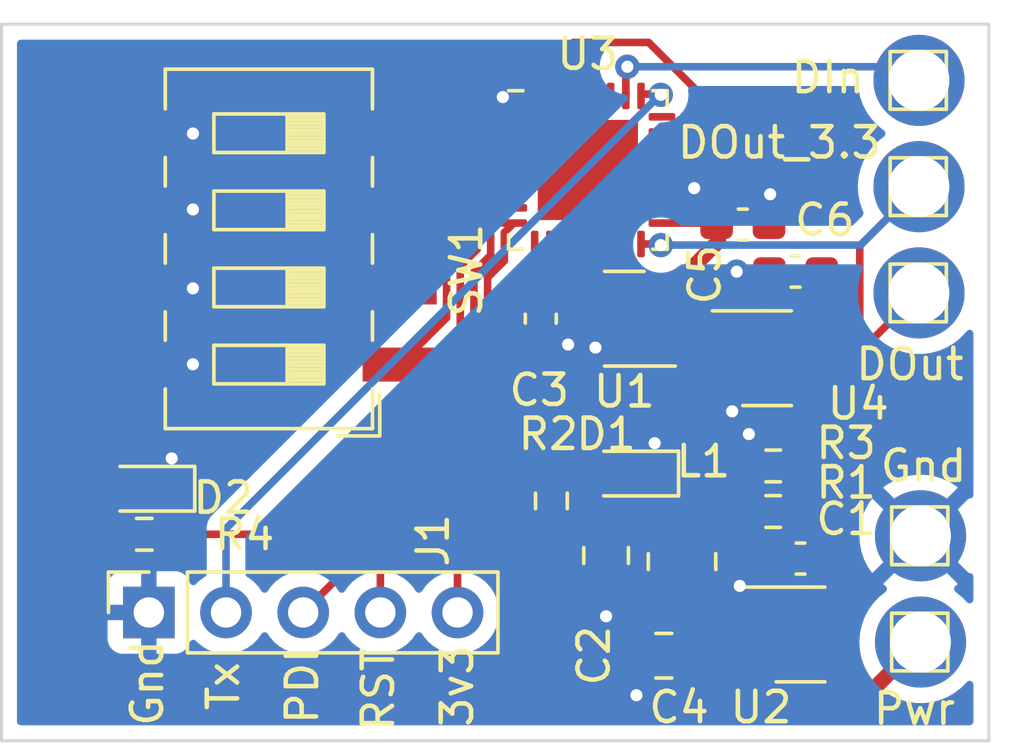
<source format=kicad_pcb>
(kicad_pcb (version 20211014) (generator pcbnew)
  (layers (0 "F.Cu" signal) (31 "B.Cu" signal) (34 "B.Paste" user) (35 "F.Paste" user) (36 "B.SilkS" user "B.Silkscreen") (37 "F.SilkS" user "F.Silkscreen") (38 "B.Mask" user) (39 "F.Mask" user) (44 "Edge.Cuts" user))
  (net 0 "")
  (net 1 "Net-(C1-Pad1)")
  (net 2 "Net-(C1-Pad2)")
  (net 3 "+5V")
  (net 4 "GND")
  (net 5 "+3V3")
  (net 6 "VCC")
  (net 7 "Net-(D1-Pad2)")
  (net 8 "Net-(D2-Pad2)")
  (net 9 "Net-(J1-Pad2)")
  (net 10 "Net-(J1-Pad3)")
  (net 11 "Net-(J1-Pad4)")
  (net 12 "Net-(J4-Pad1)")
  (net 13 "Net-(J5-Pad1)")
  (net 14 "Net-(J6-Pad1)")
  (net 15 "Net-(R1-Pad2)")
  (net 16 "Net-(R4-Pad2)")
  (net 17 "Net-(SW1-Pad1)")
  (net 18 "Net-(SW1-Pad2)")
  (net 19 "Net-(SW1-Pad3)")
  (net 20 "Net-(SW1-Pad4)")
  (footprint "Inductor_SMD:L_1008_2520Metric" (layer "F.Cu") (at 172.4 50.6 90)
    (fp_text reference "L1" (at 3.3 0.7 180) (layer "F.SilkS"))
    (fp_text value "3.3uH")
    (fp_line (start -0.261252 1.11) (end 0.261252 1.11) (layer "F.SilkS") (width 0.12))
    (fp_line (start -0.261252 -1.11) (end 0.261252 -1.11) (layer "F.SilkS") (width 0.12))
    (pad "1" smd roundrect (at -1.075 0 90) (size 1.25 2.2) (layers "F.Cu" "F.Paste" "F.Mask") (roundrect_rratio 0.2) (net 1 "Net-(C1-Pad1)"))
    (pad "2" smd roundrect (at 1.075 0 90) (size 1.25 2.2) (layers "F.Cu" "F.Paste" "F.Mask") (roundrect_rratio 0.2) (net 3 "+5V"))
  )
  (footprint "Connector_PinSocket_2.54mm:PinSocket_1x05_P2.54mm_Vertical" (layer "F.Cu") (at 154.85 52.275 90)
    (fp_text reference "J1" (at 2.375 9.35 90) (layer "F.SilkS"))
    (fp_text value "PRG_DEBUG")
    (fp_line (start 1.33 1.27) (end 1.33 11.49) (layer "F.SilkS") (width 0.12))
    (fp_line (start 1.33 -1.33) (end 1.33 0) (layer "F.SilkS") (width 0.12))
    (fp_line (start -1.33 1.27) (end 1.33 1.27) (layer "F.SilkS") (width 0.12))
    (fp_line (start 0 -1.33) (end 1.33 -1.33) (layer "F.SilkS") (width 0.12))
    (fp_line (start -1.33 1.27) (end -1.33 11.49) (layer "F.SilkS") (width 0.12))
    (fp_line (start -1.33 11.49) (end 1.33 11.49) (layer "F.SilkS") (width 0.12))
    (pad "1" thru_hole rect (at 0 0 90) (size 1.7 1.7) (drill 1) (layers *.Cu *.Mask) (net 4 "GND"))
    (pad "2" thru_hole oval (at 0 2.54 90) (size 1.7 1.7) (drill 1) (layers *.Cu *.Mask) (net 9 "Net-(J1-Pad2)"))
    (pad "3" thru_hole oval (at 0 5.08 90) (size 1.7 1.7) (drill 1) (layers *.Cu *.Mask) (net 10 "Net-(J1-Pad3)"))
    (pad "4" thru_hole oval (at 0 7.62 90) (size 1.7 1.7) (drill 1) (layers *.Cu *.Mask) (net 11 "Net-(J1-Pad4)"))
    (pad "5" thru_hole oval (at 0 10.16 90) (size 1.7 1.7) (drill 1) (layers *.Cu *.Mask) (net 5 "+3V3"))
  )
  (footprint "Connector_Pin:Pin_D0.7mm_L6.5mm_W1.8mm_FlatFork" (layer "F.Cu") (at 180.2 38.25)
    (fp_text reference "DOut_3.3" (at -4.6 -1.45) (layer "F.SilkS"))
    (fp_text value "DOut")
    (fp_line (start 0.9 0.95) (end 0.9 -0.9) (layer "F.SilkS") (width 0.12))
    (fp_line (start 0.9 -0.95) (end -0.95 -0.95) (layer "F.SilkS") (width 0.12))
    (fp_line (start -0.95 0.95) (end 0.9 0.95) (layer "F.SilkS") (width 0.12))
    (fp_line (start -0.95 -0.95) (end -0.95 0.95) (layer "F.SilkS") (width 0.12))
    (fp_line (start 0.9 -0.9) (end 0.9 -0.95) (layer "F.SilkS") (width 0.12))
    (pad "1" thru_hole circle (at 0 0) (size 3 3) (drill 2) (layers *.Cu *.Mask) (net 12 "Net-(J4-Pad1)"))
  )
  (footprint "Capacitor_SMD:C_0603_1608Metric" (layer "F.Cu") (at 176.3 50.5)
    (fp_text reference "C1" (at 1.5 -1.3) (layer "F.SilkS"))
    (fp_text value "0.1uF")
    (fp_line (start -0.14058 0.51) (end 0.14058 0.51) (layer "F.SilkS") (width 0.12))
    (fp_line (start -0.14058 -0.51) (end 0.14058 -0.51) (layer "F.SilkS") (width 0.12))
    (pad "1" smd roundrect (at -0.775 0) (size 0.9 0.95) (layers "F.Cu" "F.Paste" "F.Mask") (net 1 "Net-(C1-Pad1)"))
    (pad "2" smd roundrect (at 0.775 0) (size 0.9 0.95) (layers "F.Cu" "F.Paste" "F.Mask") (net 2 "Net-(C1-Pad2)"))
  )
  (footprint "Connector_Pin:Pin_D0.7mm_L6.5mm_W1.8mm_FlatFork" (layer "F.Cu") (at 180.2 34.75)
    (fp_text reference "DIn" (at -3 -0.1) (layer "F.SilkS"))
    (fp_text value "DIn")
    (fp_line (start 0.9 0.95) (end 0.9 -0.9) (layer "F.SilkS") (width 0.12))
    (fp_line (start 0.9 -0.95) (end -0.95 -0.95) (layer "F.SilkS") (width 0.12))
    (fp_line (start 0.9 -0.9) (end 0.9 -0.95) (layer "F.SilkS") (width 0.12))
    (fp_line (start -0.95 -0.95) (end -0.95 0.95) (layer "F.SilkS") (width 0.12))
    (fp_line (start -0.95 0.95) (end 0.9 0.95) (layer "F.SilkS") (width 0.12))
    (pad "1" thru_hole circle (at 0 0) (size 3 3) (drill 2) (layers *.Cu *.Mask) (net 13 "Net-(J5-Pad1)"))
  )
  (footprint "Connector_Pin:Pin_D0.7mm_L6.5mm_W1.8mm_FlatFork" (layer "F.Cu") (at 180.25 53.25)
    (fp_text reference "Pwr" (at -0.2 2.2) (layer "F.SilkS"))
    (fp_text value "Pwr")
    (fp_line (start -0.95 -0.95) (end -0.95 0.95) (layer "F.SilkS") (width 0.12))
    (fp_line (start 0.9 0.95) (end 0.9 -0.9) (layer "F.SilkS") (width 0.12))
    (fp_line (start -0.95 0.95) (end 0.9 0.95) (layer "F.SilkS") (width 0.12))
    (fp_line (start 0.9 -0.9) (end 0.9 -0.95) (layer "F.SilkS") (width 0.12))
    (fp_line (start 0.9 -0.95) (end -0.95 -0.95) (layer "F.SilkS") (width 0.12))
    (pad "1" thru_hole circle (at 0 0) (size 3 3) (drill 2) (layers *.Cu *.Mask) (net 6 "VCC"))
  )
  (footprint "Package_TO_SOT_SMD:TSOT-23-6" (layer "F.Cu") (at 176.3 53)
    (fp_text reference "U2" (at -1.3 2.4) (layer "F.SilkS"))
    (fp_text value "AP62300")
    (fp_line (start 0 1.56) (end -0.8 1.56) (layer "F.SilkS") (width 0.12))
    (fp_line (start 0 -1.56) (end -1.8 -1.56) (layer "F.SilkS") (width 0.12))
    (fp_line (start 0 1.56) (end 0.8 1.56) (layer "F.SilkS") (width 0.12))
    (fp_line (start 0 -1.56) (end 0.8 -1.56) (layer "F.SilkS") (width 0.12))
    (pad "1" smd roundrect (at -1.1375 -0.95) (size 1.325 0.6) (layers "F.Cu" "F.Paste" "F.Mask") (net 4 "GND"))
    (pad "2" smd roundrect (at -1.1375 0) (size 1.325 0.6) (layers "F.Cu" "F.Paste" "F.Mask") (net 1 "Net-(C1-Pad1)"))
    (pad "3" smd roundrect (at -1.1375 0.95) (size 1.325 0.6) (layers "F.Cu" "F.Paste" "F.Mask") (net 6 "VCC"))
    (pad "4" smd roundrect (at 1.1375 0.95) (size 1.325 0.6) (layers "F.Cu" "F.Paste" "F.Mask") (net 15 "Net-(R1-Pad2)"))
    (pad "5" smd roundrect (at 1.1375 0) (size 1.325 0.6) (layers "F.Cu" "F.Paste" "F.Mask"))
    (pad "6" smd roundrect (at 1.1375 -0.95) (size 1.325 0.6) (layers "F.Cu" "F.Paste" "F.Mask") (net 2 "Net-(C1-Pad2)"))
  )
  (footprint "Capacitor_SMD:C_0805_2012Metric" (layer "F.Cu") (at 171.8 53.7 180)
    (fp_text reference "C4" (at -0.5 -1.7) (layer "F.SilkS"))
    (fp_text value "22uF")
    (fp_line (start -0.261252 -0.735) (end 0.261252 -0.735) (layer "F.SilkS") (width 0.12))
    (fp_line (start -0.261252 0.735) (end 0.261252 0.735) (layer "F.SilkS") (width 0.12))
    (pad "1" smd roundrect (at -0.95 0 180) (size 1 1.45) (layers "F.Cu" "F.Paste" "F.Mask") (net 6 "VCC"))
    (pad "2" smd roundrect (at 0.95 0 180) (size 1 1.45) (layers "F.Cu" "F.Paste" "F.Mask") (net 4 "GND"))
  )
  (footprint "Capacitor_SMD:C_0603_1608Metric_Pad1.08x0.95mm_HandSolder" (layer "F.Cu") (at 174.4 39.5)
    (fp_text reference "C5" (at -1.25 1.65 90) (layer "F.SilkS"))
    (fp_text value "0.1uF")
    (fp_line (start -0.146267 -0.51) (end 0.146267 -0.51) (layer "F.SilkS") (width 0.12))
    (fp_line (start -0.146267 0.51) (end 0.146267 0.51) (layer "F.SilkS") (width 0.12))
    (pad "1" smd roundrect (at -0.8625 0) (size 1.075 0.95) (layers "F.Cu" "F.Paste" "F.Mask") (net 5 "+3V3"))
    (pad "2" smd roundrect (at 0.8625 0) (size 1.075 0.95) (layers "F.Cu" "F.Paste" "F.Mask") (net 4 "GND"))
  )
  (footprint "Resistor_SMD:R_0603_1608Metric" (layer "F.Cu") (at 175.4 48.95)
    (fp_text reference "R1" (at 2.4 -0.95) (layer "F.SilkS"))
    (fp_text value "56.2k")
    (fp_line (start -0.237258 -0.5225) (end 0.237258 -0.5225) (layer "F.SilkS") (width 0.12))
    (fp_line (start -0.237258 0.5225) (end 0.237258 0.5225) (layer "F.SilkS") (width 0.12))
    (pad "1" smd roundrect (at -0.825 0) (size 0.8 0.95) (layers "F.Cu" "F.Paste" "F.Mask") (net 3 "+5V"))
    (pad "2" smd roundrect (at 0.825 0) (size 0.8 0.95) (layers "F.Cu" "F.Paste" "F.Mask") (net 15 "Net-(R1-Pad2)"))
  )
  (footprint "LED_SMD:LED_0603_1608Metric_Pad1.05x0.95mm_HandSolder" (layer "F.Cu") (at 154.7 48.2 180)
    (fp_text reference "D2" (at -2.6 -0.3) (layer "F.SilkS"))
    (fp_text value "LED_Small")
    (fp_line (start -1.66 0.735) (end 0.8 0.735) (layer "F.SilkS") (width 0.12))
    (fp_line (start 0.8 -0.735) (end -1.66 -0.735) (layer "F.SilkS") (width 0.12))
    (fp_line (start -1.66 -0.735) (end -1.66 0.735) (layer "F.SilkS") (width 0.12))
    (pad "1" smd roundrect (at -0.875 0 180) (size 1.05 0.95) (layers "F.Cu" "F.Paste" "F.Mask") (net 4 "GND"))
    (pad "2" smd roundrect (at 0.875 0 180) (size 1.05 0.95) (layers "F.Cu" "F.Paste" "F.Mask") (net 8 "Net-(D2-Pad2)"))
  )
  (footprint "Package_TO_SOT_SMD:SOT-23" (layer "F.Cu") (at 170.5 42.6 180)
    (fp_text reference "U1" (at 0 -2.4) (layer "F.SilkS"))
    (fp_text value "AP7333-33SAG-7")
    (fp_line (start 0 1.56) (end -0.65 1.56) (layer "F.SilkS") (width 0.12))
    (fp_line (start 0 -1.56) (end -1.675 -1.56) (layer "F.SilkS") (width 0.12))
    (fp_line (start 0 -1.56) (end 0.65 -1.56) (layer "F.SilkS") (width 0.12))
    (fp_line (start 0 1.56) (end 0.65 1.56) (layer "F.SilkS") (width 0.12))
    (pad "1" smd roundrect (at -0.9375 -0.95 180) (size 1.475 0.6) (layers "F.Cu" "F.Paste" "F.Mask") (net 3 "+5V"))
    (pad "2" smd roundrect (at -0.9375 0.95 180) (size 1.475 0.6) (layers "F.Cu" "F.Paste" "F.Mask") (net 5 "+3V3"))
    (pad "3" smd roundrect (at 0.9375 0 180) (size 1.475 0.6) (layers "F.Cu" "F.Paste" "F.Mask") (net 4 "GND"))
  )
  (footprint "Connector_Pin:Pin_D0.7mm_L6.5mm_W1.8mm_FlatFork" (layer "F.Cu") (at 180.2 41.75)
    (fp_text reference "DOut" (at -0.3 2.35 180) (layer "F.SilkS"))
    (fp_text value "DOut_5v")
    (fp_line (start 0.9 -0.9) (end 0.9 -0.95) (layer "F.SilkS") (width 0.12))
    (fp_line (start -0.95 0.95) (end 0.9 0.95) (layer "F.SilkS") (width 0.12))
    (fp_line (start 0.9 0.95) (end 0.9 -0.9) (layer "F.SilkS") (width 0.12))
    (fp_line (start 0.9 -0.95) (end -0.95 -0.95) (layer "F.SilkS") (width 0.12))
    (fp_line (start -0.95 -0.95) (end -0.95 0.95) (layer "F.SilkS") (width 0.12))
    (pad "1" thru_hole circle (at 0 0) (size 3 3) (drill 2) (layers *.Cu *.Mask) (net 14 "Net-(J6-Pad1)"))
  )
  (footprint "Resistor_SMD:R_0603_1608Metric" (layer "F.Cu") (at 175.4 47.45 180)
    (fp_text reference "R3" (at -2.4 0.75) (layer "F.SilkS"))
    (fp_text value "10k")
    (fp_line (start -0.237258 0.5225) (end 0.237258 0.5225) (layer "F.SilkS") (width 0.12))
    (fp_line (start -0.237258 -0.5225) (end 0.237258 -0.5225) (layer "F.SilkS") (width 0.12))
    (pad "1" smd roundrect (at -0.825 0 180) (size 0.8 0.95) (layers "F.Cu" "F.Paste" "F.Mask") (net 15 "Net-(R1-Pad2)"))
    (pad "2" smd roundrect (at 0.825 0 180) (size 0.8 0.95) (layers "F.Cu" "F.Paste" "F.Mask") (net 4 "GND"))
  )
  (footprint "Capacitor_SMD:C_0805_2012Metric" (layer "F.Cu") (at 169.9 50.4 -90)
    (fp_text reference "C2" (at 3.3 0.4 90) (layer "F.SilkS"))
    (fp_text value "22uF")
    (fp_line (start -0.261252 0.735) (end 0.261252 0.735) (layer "F.SilkS") (width 0.12))
    (fp_line (start -0.261252 -0.735) (end 0.261252 -0.735) (layer "F.SilkS") (width 0.12))
    (pad "1" smd roundrect (at -0.95 0 270) (size 1 1.45) (layers "F.Cu" "F.Paste" "F.Mask") (net 3 "+5V"))
    (pad "2" smd roundrect (at 0.95 0 270) (size 1 1.45) (layers "F.Cu" "F.Paste" "F.Mask") (net 4 "GND"))
  )
  (footprint "Button_Switch_SMD:SW_DIP_SPSTx04_Slide_6.7x11.72mm_W8.61mm_P2.54mm_LowProfile" (layer "F.Cu") (at 158.8 40.3 180)
    (fp_text reference "SW1" (at -6.5 -0.7 90) (layer "F.SilkS"))
    (fp_text value "SW_DIP_x04")
    (fp_line (start 1.81 0.635) (end -1.81 0.635) (layer "F.SilkS") (width 0.12))
    (fp_line (start 1.81 -1.905) (end -1.81 -1.905) (layer "F.SilkS") (width 0.12))
    (fp_line (start -0.603333 3.175) (end -0.603333 4.445) (layer "F.SilkS") (width 0.12))
    (fp_line (start -1.81 1.115) (end -0.603333 1.115) (layer "F.SilkS") (width 0.12))
    (fp_line (start -1.81 3.895) (end -0.603333 3.895) (layer "F.SilkS") (width 0.12))
    (fp_line (start -1.81 -3.605) (end -0.603333 -3.605) (layer "F.SilkS") (width 0.12))
    (fp_line (start -1.81 0.635) (end -1.81 1.905) (layer "F.SilkS") (width 0.12))
    (fp_line (start -0.603333 -4.445) (end -0.603333 -3.175) (layer "F.SilkS") (width 0.12))
    (fp_line (start 3.41 2.07) (end 3.41 3.01) (layer "F.SilkS") (width 0.12))
    (fp_line (start 1.81 -3.175) (end 1.81 -4.445) (layer "F.SilkS") (width 0.12))
    (fp_line (start -1.81 -0.705) (end -0.603333 -0.705) (layer "F.SilkS") (width 0.12))
    (fp_line (start -1.81 4.135) (end -0.603333 4.135) (layer "F.SilkS") (width 0.12))
    (fp_line (start -3.41 -0.47) (end -3.41 0.47) (layer "F.SilkS") (width 0.12))
    (fp_line (start -1.81 -1.905) (end -1.81 -0.635) (layer "F.SilkS") (width 0.12))
    (fp_line (start -3.41 5.92) (end 3.41 5.92) (layer "F.SilkS") (width 0.12))
    (fp_line (start -1.81 -1.305) (end -0.603333 -1.305) (layer "F.SilkS") (width 0.12))
    (fp_line (start -1.81 4.015) (end -0.603333 4.015) (layer "F.SilkS") (width 0.12))
    (fp_line (start -1.81 4.375) (end -0.603333 4.375) (layer "F.SilkS") (width 0.12))
    (fp_line (start -3.41 -3.01) (end -3.41 -2.07) (layer "F.SilkS") (width 0.12))
    (fp_line (start -0.603333 0.635) (end -0.603333 1.905) (layer "F.SilkS") (width 0.12))
    (fp_line (start -3.41 4.61) (end -3.41 5.92) (layer "F.SilkS") (width 0.12))
    (fp_line (start -1.81 3.175) (end -1.81 4.445) (layer "F.SilkS") (width 0.12))
    (fp_line (start -1.81 4.255) (end -0.603333 4.255) (layer "F.SilkS") (width 0.12))
    (fp_line (start -1.81 -4.445) (end -1.81 -3.175) (layer "F.SilkS") (width 0.12))
    (fp_line (start -1.81 3.655) (end -0.603333 3.655) (layer "F.SilkS") (width 0.12))
    (fp_line (start -1.81 -0.635) (end 1.81 -0.635) (layer "F.SilkS") (width 0.12))
    (fp_line (start -1.81 1.355) (end -0.603333 1.355) (layer "F.SilkS") (width 0.12))
    (fp_line (start -1.81 1.235) (end -0.603333 1.235) (layer "F.SilkS") (width 0.12))
    (fp_line (start -1.81 3.535) (end -0.603333 3.535) (layer "F.SilkS") (width 0.12))
    (fp_line (start 1.81 1.905) (end 1.81 0.635) (layer "F.SilkS") (width 0.12))
    (fp_line (start -1.81 0.755) (end -0.603333 0.755) (layer "F.SilkS") (width 0.12))
    (fp_line (start -1.81 1.715) (end -0.603333 1.715) (layer "F.SilkS") (width 0.12))
    (fp_line (start -3.41 2.07) (end -3.41 3.01) (layer "F.SilkS") (width 0.12))
    (fp_line (start -1.81 -1.065) (end -0.603333 -1.065) (layer "F.SilkS") (width 0.12))
    (fp_line (start -1.81 -0.825) (end -0.603333 -0.825) (layer "F.SilkS") (width 0.12))
    (fp_line (start -1.81 -3.965) (end -0.603333 -3.965) (layer "F.SilkS") (width 0.12))
    (fp_line (start 3.41 -3.01) (end 3.41 -2.07) (layer "F.SilkS") (width 0.12))
    (fp_line (start -3.65 -6.16) (end -3.65 -4.777) (layer "F.SilkS") (width 0.12))
    (fp_line (start -1.81 3.295) (end -0.603333 3.295) (layer "F.SilkS") (width 0.12))
    (fp_line (start -3.41 -5.92) (end -3.41 -4.61) (layer "F.SilkS") (width 0.12))
    (fp_line (start 1.81 3.175) (end -1.81 3.175) (layer "F.SilkS") (width 0.12))
    (fp_line (start -1.81 -4.325) (end -0.603333 -4.325) (layer "F.SilkS") (width 0.12))
    (fp_line (start -1.81 -1.785) (end -0.603333 -1.785) (layer "F.SilkS") (width 0.12))
    (fp_line (start 1.81 4.445) (end 1.81 3.175) (layer "F.SilkS") (width 0.12))
    (fp_line (start -1.81 0.875) (end -0.603333 0.875) (layer "F.SilkS") (width 0.12))
    (fp_line (start -1.81 -3.245) (end -0.603333 -3.245) (layer "F.SilkS") (width 0.12))
    (fp_line (start -1.81 3.775) (end -0.603333 3.775) (layer "F.SilkS") (width 0.12))
    (fp_line (start -0.603333 -1.905) (end -0.603333 -0.635) (layer "F.SilkS") (width 0.12))
    (fp_line (start 3.41 4.61) (end 3.41 5.92) (layer "F.SilkS") (width 0.12))
    (fp_line (start -3.41 -5.92) (end 3.41 -5.92) (layer "F.SilkS") (width 0.12))
    (fp_line (start -1.81 -4.205) (end -0.603333 -4.205) (layer "F.SilkS") (width 0.12))
    (fp_line (start -1.81 0.995) (end -0.603333 0.995) (layer "F.SilkS") (width 0.12))
    (fp_line (start -1.81 -3.845) (end -0.603333 -3.845) (layer "F.SilkS") (width 0.12))
    (fp_line (start -1.81 -1.185) (end -0.603333 -1.185) (layer "F.SilkS") (width 0.12))
    (fp_line (start -1.81 1.905) (end 1.81 1.905) (layer "F.SilkS") (width 0.12))
    (fp_line (start -1.81 -0.945) (end -0.603333 -0.945) (layer "F.SilkS") (width 0.12))
    (fp_line (start -1.81 1.835) (end -0.603333 1.835) (layer "F.SilkS") (width 0.12))
    (fp_line (start 1.81 -4.445) (end -1.81 -4.445) (layer "F.SilkS") (width 0.12))
    (fp_line (start -1.81 1.475) (end -0.603333 1.475) (layer "F.SilkS") (width 0.12))
    (fp_line (start -1.81 3.415) (end -0.603333 3.415) (layer "F.SilkS") (width 0.12))
    (fp_line (start -1.81 -3.365) (end -0.603333 -3.365) (layer "F.SilkS") (width 0.12))
    (fp_line (start -1.81 -4.085) (end -0.603333 -4.085) (layer "F.SilkS") (width 0.12))
    (fp_line (start -1.81 1.595) (end -0.603333 1.595) (layer "F.SilkS") (width 0.12))
    (fp_line (start -1.81 -1.665) (end -0.603333 -1.665) (layer "F.SilkS") (width 0.12))
    (fp_line (start 1.81 -0.635) (end 1.81 -1.905) (layer "F.SilkS") (width 0.12))
    (fp_line (start -1.81 -3.725) (end -0.603333 -3.725) (layer "F.SilkS") (width 0.12))
    (fp_line (start -1.81 4.445) (end 1.81 4.445) (layer "F.SilkS") (width 0.12))
    (fp_line (start 3.41 -0.47) (end 3.41 0.47) (layer "F.SilkS") (width 0.12))
    (fp_line (start -1.81 -3.175) (end 1.81 -3.175) (layer "F.SilkS") (width 0.12))
    (fp_line (start -1.81 -1.545) (end -0.603333 -1.545) (layer "F.SilkS") (width 0.12))
    (fp_line (start 3.41 -5.92) (end 3.41 -4.61) (layer "F.SilkS") (width 0.12))
    (fp_line (start -1.81 -1.425) (end -0.603333 -1.425) (layer "F.SilkS") (width 0.12))
    (fp_line (start -1.81 -3.485) (end -0.603333 -3.485) (layer "F.SilkS") (width 0.12))
    (fp_line (start -3.65 -6.16) (end -2.267 -6.16) (layer "F.SilkS") (width 0.12))
    (pad "1" smd rect (at -4.305 -3.81 180) (size 2.44 1.12) (layers "F.Cu" "F.Paste" "F.Mask") (net 17 "Net-(SW1-Pad1)"))
    (pad "2" smd rect (at -4.305 -1.27 180) (size 2.44 1.12) (layers "F.Cu" "F.Paste" "F.Mask") (net 18 "Net-(SW1-Pad2)"))
    (pad "3" smd rect (at -4.305 1.27 180) (size 2.44 1.12) (layers "F.Cu" "F.Paste" "F.Mask") (net 19 "Net-(SW1-Pad3)"))
    (pad "4" smd rect (at -4.305 3.81 180) (size 2.44 1.12) (layers "F.Cu" "F.Paste" "F.Mask") (net 20 "Net-(SW1-Pad4)"))
    (pad "5" smd rect (at 4.305 3.81 180) (size 2.44 1.12) (layers "F.Cu" "F.Paste" "F.Mask") (net 4 "GND"))
    (pad "6" smd rect (at 4.305 1.27 180) (size 2.44 1.12) (layers "F.Cu" "F.Paste" "F.Mask") (net 4 "GND"))
    (pad "7" smd rect (at 4.305 -1.27 180) (size 2.44 1.12) (layers "F.Cu" "F.Paste" "F.Mask") (net 4 "GND"))
    (pad "8" smd rect (at 4.305 -3.81 180) (size 2.44 1.12) (layers "F.Cu" "F.Paste" "F.Mask") (net 4 "GND"))
  )
  (footprint "Connector_Pin:Pin_D0.7mm_L6.5mm_W1.8mm_FlatFork" (layer "F.Cu") (at 180.25 49.75)
    (fp_text reference "Gnd" (at 0.1 -2.3) (layer "F.SilkS"))
    (fp_text value "Gnd")
    (fp_line (start 0.9 -0.9) (end 0.9 -0.95) (layer "F.SilkS") (width 0.12))
    (fp_line (start 0.9 0.95) (end 0.9 -0.9) (layer "F.SilkS") (width 0.12))
    (fp_line (start 0.9 -0.95) (end -0.95 -0.95) (layer "F.SilkS") (width 0.12))
    (fp_line (start -0.95 -0.95) (end -0.95 0.95) (layer "F.SilkS") (width 0.12))
    (fp_line (start -0.95 0.95) (end 0.9 0.95) (layer "F.SilkS") (width 0.12))
    (pad "1" thru_hole circle (at 0 0) (size 3 3) (drill 2) (layers *.Cu *.Mask) (net 4 "GND"))
  )
  (footprint "Capacitor_SMD:C_0603_1608Metric_Pad1.08x0.95mm_HandSolder" (layer "F.Cu") (at 176.1375 41.05 180)
    (fp_text reference "C6" (at -0.9625 1.7) (layer "F.SilkS"))
    (fp_text value "0.1uF")
    (fp_line (start -0.146267 0.51) (end 0.146267 0.51) (layer "F.SilkS") (width 0.12))
    (fp_line (start -0.146267 -0.51) (end 0.146267 -0.51) (layer "F.SilkS") (width 0.12))
    (pad "1" smd roundrect (at -0.8625 0 180) (size 1.075 0.95) (layers "F.Cu" "F.Paste" "F.Mask") (net 3 "+5V"))
    (pad "2" smd roundrect (at 0.8625 0 180) (size 1.075 0.95) (layers "F.Cu" "F.Paste" "F.Mask") (net 4 "GND"))
  )
  (footprint "Package_TO_SOT_SMD:SOT-23-5" (layer "F.Cu") (at 175.2 43.9)
    (fp_text reference "U4" (at 3 1.5) (layer "F.SilkS"))
    (fp_text value "SN74LV1T34DBV")
    (fp_line (start 0 1.56) (end 0.8 1.56) (layer "F.SilkS") (width 0.12))
    (fp_line (start 0 -1.56) (end 0.8 -1.56) (layer "F.SilkS") (width 0.12))
    (fp_line (start 0 -1.56) (end -1.8 -1.56) (layer "F.SilkS") (width 0.12))
    (fp_line (start 0 1.56) (end -0.8 1.56) (layer "F.SilkS") (width 0.12))
    (pad "1" smd roundrect (at -1.1375 -0.95) (size 1.325 0.6) (layers "F.Cu" "F.Paste" "F.Mask"))
    (pad "2" smd roundrect (at -1.1375 0) (size 1.325 0.6) (layers "F.Cu" "F.Paste" "F.Mask") (net 12 "Net-(J4-Pad1)"))
    (pad "3" smd roundrect (at -1.1375 0.95) (size 1.325 0.6) (layers "F.Cu" "F.Paste" "F.Mask") (net 4 "GND"))
    (pad "4" smd roundrect (at 1.1375 0.95) (size 1.325 0.6) (layers "F.Cu" "F.Paste" "F.Mask") (net 14 "Net-(J6-Pad1)"))
    (pad "5" smd roundrect (at 1.1375 -0.95) (size 1.325 0.6) (layers "F.Cu" "F.Paste" "F.Mask") (net 3 "+5V"))
  )
  (footprint "Resistor_SMD:R_0603_1608Metric_Pad0.98x0.95mm_HandSolder" (layer "F.Cu") (at 154.7 49.7)
    (fp_text reference "R4" (at 3.3 0) (layer "F.SilkS"))
    (fp_text value "1k")
    (fp_line (start -0.254724 0.5225) (end 0.254724 0.5225) (layer "F.SilkS") (width 0.12))
    (fp_line (start -0.254724 -0.5225) (end 0.254724 -0.5225) (layer "F.SilkS") (width 0.12))
    (pad "1" smd roundrect (at -0.9125 0) (size 0.975 0.95) (layers "F.Cu" "F.Paste" "F.Mask") (net 8 "Net-(D2-Pad2)"))
    (pad "2" smd roundrect (at 0.9125 0) (size 0.975 0.95) (layers "F.Cu" "F.Paste" "F.Mask") (net 16 "Net-(R4-Pad2)"))
  )
  (footprint "Resistor_SMD:R_0603_1608Metric_Pad0.98x0.95mm_HandSolder" (layer "F.Cu") (at 168.1 48.6 90)
    (fp_text reference "R2" (at 2.2 -0.1 180) (layer "F.SilkS"))
    (fp_text value "1k")
    (fp_line (start -0.254724 -0.5225) (end 0.254724 -0.5225) (layer "F.SilkS") (width 0.12))
    (fp_line (start -0.254724 0.5225) (end 0.254724 0.5225) (layer "F.SilkS") (width 0.12))
    (pad "1" smd roundrect (at -0.9125 0 90) (size 0.975 0.95) (layers "F.Cu" "F.Paste" "F.Mask") (net 3 "+5V"))
    (pad "2" smd roundrect (at 0.9125 0 90) (size 0.975 0.95) (layers "F.Cu" "F.Paste" "F.Mask") (net 7 "Net-(D1-Pad2)"))
  )
  (footprint "Package_DFN_QFN:QFN-32-1EP_5x5mm_P0.5mm_EP3.3x3.3mm" (layer "F.Cu") (at 169.3 37.7)
    (fp_text reference "U3" (at 0 -3.82) (layer "F.SilkS"))
    (fp_text value "ATxmega32E5-A")
    (fp_line (start 2.61 -2.61) (end 2.61 -2.135) (layer "F.SilkS") (width 0.12))
    (fp_line (start 2.135 -2.61) (end 2.61 -2.61) (layer "F.SilkS") (width 0.12))
    (fp_line (start 2.135 2.61) (end 2.61 2.61) (layer "F.SilkS") (width 0.12))
    (fp_line (start -2.135 -2.61) (end -2.61 -2.61) (layer "F.SilkS") (width 0.12))
    (fp_line (start -2.61 2.61) (end -2.61 2.135) (layer "F.SilkS") (width 0.12))
    (fp_line (start -2.135 2.61) (end -2.61 2.61) (layer "F.SilkS") (width 0.12))
    (fp_line (start 2.61 2.61) (end 2.61 2.135) (layer "F.SilkS") (width 0.12))
    (pad "1" smd roundrect (at -2.4375 -1.75) (size 0.875 0.25) (layers "F.Cu" "F.Paste" "F.Mask") (net 4 "GND"))
    (pad "2" smd roundrect (at -2.4375 -1.25) (size 0.875 0.25) (layers "F.Cu" "F.Paste" "F.Mask") (net 20 "Net-(SW1-Pad4)"))
    (pad "3" smd roundrect (at -2.4375 -0.75) (size 0.875 0.25) (layers "F.Cu" "F.Paste" "F.Mask") (net 19 "Net-(SW1-Pad3)"))
    (pad "4" smd roundrect (at -2.4375 -0.25) (size 0.875 0.25) (layers "F.Cu" "F.Paste" "F.Mask") (net 18 "Net-(SW1-Pad2)"))
    (pad "5" smd roundrect (at -2.4375 0.25) (size 0.875 0.25) (layers "F.Cu" "F.Paste" "F.Mask") (net 17 "Net-(SW1-Pad1)"))
    (pad "6" smd roundrect (at -2.4375 0.75) (size 0.875 0.25) (layers "F.Cu" "F.Paste" "F.Mask") (net 16 "Net-(R4-Pad2)"))
    (pad "7" smd roundrect (at -2.4375 1.25) (size 0.875 0.25) (layers "F.Cu" "F.Paste" "F.Mask") (net 10 "Net-(J1-Pad3)"))
    (pad "8" smd roundrect (at -2.4375 1.75) (size 0.875 0.25) (layers "F.Cu" "F.Paste" "F.Mask") (net 11 "Net-(J1-Pad4)"))
    (pad "9" smd roundrect (at -1.75 2.4375) (size 0.25 0.875) (layers "F.Cu" "F.Paste" "F.Mask"))
    (pad "10" smd roundrect (at -1.25 2.4375) (size 0.25 0.875) (layers "F.Cu" "F.Paste" "F.Mask"))
    (pad "11" smd roundrect (at -0.75 2.4375) (size 0.25 0.875) (layers "F.Cu" "F.Paste" "F.Mask"))
    (pad "12" smd roundrect (at -0.25 2.4375) (size 0.25 0.875) (layers "F.Cu" "F.Paste" "F.Mask"))
    (pad "13" smd roundrect (at 0.25 2.4375) (size 0.25 0.875) (layers "F.Cu" "F.Paste" "F.Mask"))
    (pad "14" smd roundrect (at 0.75 2.4375) (size 0.25 0.875) (layers "F.Cu" "F.Paste" "F.Mask"))
    (pad "15" smd roundrect (at 1.25 2.4375) (size 0.25 0.875) (layers "F.Cu" "F.Paste" "F.Mask"))
    (pad "16" smd roundrect (at 1.75 2.4375) (size 0.25 0.875) (layers "F.Cu" "F.Paste" "F.Mask") (net 12 "Net-(J4-Pad1)"))
    (pad "17" smd roundrect (at 2.4375 1.75) (size 0.875 0.25) (layers "F.Cu" "F.Paste" "F.Mask") (net 5 "+3V3"))
    (pad "18" smd roundrect (at 2.4375 1.25) (size 0.875 0.25) (layers "F.Cu" "F.Paste" "F.Mask") (net 4 "GND"))
    (pad "19" smd roundrect (at 2.4375 0.75) (size 0.875 0.25) (layers "F.Cu" "F.Paste" "F.Mask"))
    (pad "20" smd roundrect (at 2.4375 0.25) (size 0.875 0.25) (layers "F.Cu" "F.Paste" "F.Mask"))
    (pad "21" smd roundrect (at 2.4375 -0.25) (size 0.875 0.25) (layers "F.Cu" "F.Paste" "F.Mask"))
    (pad "22" smd roundrect (at 2.4375 -0.75) (size 0.875 0.25) (layers "F.Cu" "F.Paste" "F.Mask"))
    (pad "23" smd roundrect (at 2.4375 -1.25) (size 0.875 0.25) (layers "F.Cu" "F.Paste" "F.Mask"))
    (pad "24" smd roundrect (at 2.4375 -1.75) (size 0.875 0.25) (layers "F.Cu" "F.Paste" "F.Mask"))
    (pad "25" smd roundrect (at 1.75 -2.4375) (size 0.25 0.875) (layers "F.Cu" "F.Paste" "F.Mask") (net 9 "Net-(J1-Pad2)"))
    (pad "26" smd roundrect (at 1.25 -2.4375) (size 0.25 0.875) (layers "F.Cu" "F.Paste" "F.Mask") (net 13 "Net-(J5-Pad1)"))
    (pad "27" smd roundrect (at 0.75 -2.4375) (size 0.25 0.875) (layers "F.Cu" "F.Paste" "F.Mask"))
    (pad "28" smd roundrect (at 0.25 -2.4375) (size 0.25 0.875) (layers "F.Cu" "F.Paste" "F.Mask"))
    (pad "29" smd roundrect (at -0.25 -2.4375) (size 0.25 0.875) (layers "F.Cu" "F.Paste" "F.Mask"))
    (pad "30" smd roundrect (at -0.75 -2.4375) (size 0.25 0.875) (layers "F.Cu" "F.Paste" "F.Mask"))
    (pad "31" smd roundrect (at -1.25 -2.4375) (size 0.25 0.875) (layers "F.Cu" "F.Paste" "F.Mask"))
    (pad "32" smd roundrect (at -1.75 -2.4375) (size 0.25 0.875) (layers "F.Cu" "F.Paste" "F.Mask") (net 5 "+3V3"))
    (pad "33" smd rect (at 0 0) (size 3.3 3.3) (layers "F.Cu" "F.Mask"))
  )
  (footprint "LED_SMD:LED_0603_1608Metric_Pad1.05x0.95mm_HandSolder" (layer "F.Cu") (at 170.625 47.7 180)
    (fp_text reference "D1" (at 0.725 1.3) (layer "F.SilkS"))
    (fp_text value "LED_Small")
    (fp_line (start -1.66 0.735) (end 0.8 0.735) (layer "F.SilkS") (width 0.12))
    (fp_line (start -1.66 -0.735) (end -1.66 0.735) (layer "F.SilkS") (width 0.12))
    (fp_line (start 0.8 -0.735) (end -1.66 -0.735) (layer "F.SilkS") (width 0.12))
    (pad "1" smd roundrect (at -0.875 0 180) (size 1.05 0.95) (layers "F.Cu" "F.Paste" "F.Mask") (net 4 "GND"))
    (pad "2" smd roundrect (at 0.875 0 180) (size 1.05 0.95) (layers "F.Cu" "F.Paste" "F.Mask") (net 7 "Net-(D1-Pad2)"))
  )
  (footprint "Capacitor_SMD:C_0603_1608Metric_Pad1.08x0.95mm_HandSolder" (layer "F.Cu") (at 167.75 42.6 -90)
    (fp_text reference "C3" (at 2.35 0.05 180) (layer "F.SilkS"))
    (fp_text value "22uF")
    (fp_line (start -0.146267 -0.51) (end 0.146267 -0.51) (layer "F.SilkS") (width 0.12))
    (fp_line (start -0.146267 0.51) (end 0.146267 0.51) (layer "F.SilkS") (width 0.12))
    (pad "1" smd roundrect (at -0.8625 0 270) (size 1.075 0.95) (layers "F.Cu" "F.Paste" "F.Mask") (net 5 "+3V3"))
    (pad "2" smd roundrect (at 0.8625 0 270) (size 1.075 0.95) (layers "F.Cu" "F.Paste" "F.Mask") (net 4 "GND"))
  )
  (gr_rect (start 182.5 32.9) (end 150 56.5) (layer "Edge.Cuts") (width 0.1) (fill none))
  (gr_text "Tx" (at 157.3 54.7 90) (layer "F.SilkS") (effects (font (size 1 1))))
  (gr_text "Gnd" (at 154.8 54.6 90) (layer "F.SilkS") (effects (font (size 1 1))))
  (gr_text "3v3" (at 165 54.7 90) (layer "F.SilkS") (effects (font (size 1 1))))
  (gr_text "RST" (at 162.4 54.8 90) (layer "F.SilkS") (effects (font (size 1 1))))
  (gr_text "PDI" (at 159.9 54.7 90) (layer "F.SilkS") (effects (font (size 1 1))))
  (segment (start 174.1 53) (end 172.775 51.675) (width 0.5) (layer "F.Cu") (net 1))
  (segment (start 172.775 51.675) (end 172.4 51.675) (width 0.5) (layer "F.Cu") (net 1))
  (segment (start 175.1625 53) (end 174.1 53) (width 0.5) (layer "F.Cu") (net 1))
  (segment (start 173.575 50.5) (end 172.4 51.675) (width 0.25) (layer "F.Cu") (net 1))
  (segment (start 175.525 50.5) (end 173.575 50.5) (width 0.25) (layer "F.Cu") (net 1))
  (segment (start 177.4375 50.8625) (end 177.075 50.5) (width 0.25) (layer "F.Cu") (net 2))
  (segment (start 177.4375 52.05) (end 177.4375 50.8625) (width 0.25) (layer "F.Cu") (net 2))
  (segment (start 176.3375 42.1375) (end 172.85 42.1375) (width 0.25) (layer "F.Cu") (net 3))
  (segment (start 174 49.525) (end 174.575 48.95) (width 0.25) (layer "F.Cu") (net 3))
  (segment (start 172.85 42.1375) (end 171.4375 43.55) (width 0.25) (layer "F.Cu") (net 3))
  (segment (start 168.1625 49.45) (end 168.1 49.5125) (width 0.25) (layer "F.Cu") (net 3))
  (segment (start 176.3375 41.7125) (end 177 41.05) (width 0.25) (layer "F.Cu") (net 3))
  (segment (start 172.4 49.525) (end 174 49.525) (width 0.25) (layer "F.Cu") (net 3))
  (segment (start 172.65 44.7625) (end 171.4375 43.55) (width 0.5) (layer "F.Cu") (net 3))
  (segment (start 169.975 49.525) (end 169.9 49.45) (width 0.25) (layer "F.Cu") (net 3))
  (segment (start 169.9 49.45) (end 168.1625 49.45) (width 0.5) (layer "F.Cu") (net 3))
  (segment (start 172.65 49.275) (end 172.65 44.7625) (width 0.5) (layer "F.Cu") (net 3))
  (segment (start 172.4 49.525) (end 172.65 49.275) (width 0.25) (layer "F.Cu") (net 3))
  (segment (start 172.4 49.525) (end 169.975 49.525) (width 0.5) (layer "F.Cu") (net 3))
  (segment (start 176.3375 42.1375) (end 176.3375 41.7125) (width 0.25) (layer "F.Cu") (net 3))
  (segment (start 176.3375 42.95) (end 176.3375 42.1375) (width 0.25) (layer "F.Cu") (net 3))
  (segment (start 170.85 54.95) (end 170.9 55) (width 0.25) (layer "F.Cu") (net 4))
  (segment (start 175.1625 52.05) (end 174.95 52.05) (width 0.25) (layer "F.Cu") (net 4))
  (segment (start 175.2625 39.5) (end 175.2625 38.5375) (width 0.25) (layer "F.Cu") (net 4))
  (segment (start 175.275 41.05) (end 174.2 41.05) (width 0.25) (layer "F.Cu") (net 4))
  (segment (start 174.0625 45.6375) (end 174.05 45.65) (width 0.25) (layer "F.Cu") (net 4))
  (segment (start 169.5625 42.6) (end 169.5625 43.5375) (width 0.5) (layer "F.Cu") (net 4))
  (segment (start 169.9 51.35) (end 169.9 52.4) (width 0.25) (layer "F.Cu") (net 4))
  (segment (start 156.29 44.11) (end 156.3 44.1) (width 0.25) (layer "F.Cu") (net 4))
  (segment (start 166.8625 35.95) (end 166.8625 35.6625) (width 0.25) (layer "F.Cu") (net 4))
  (segment (start 154.495 39.03) (end 156.27 39.03) (width 0.25) (layer "F.Cu") (net 4))
  (segment (start 154.495 41.57) (end 156.27 41.57) (width 0.25) (layer "F.Cu") (net 4))
  (segment (start 154.495 44.11) (end 156.29 44.11) (width 0.25) (layer "F.Cu") (net 4))
  (segment (start 168.6375 43.4625) (end 168.65 43.45) (width 0.25) (layer "F.Cu") (net 4))
  (segment (start 167.75 43.4625) (end 168.6375 43.4625) (width 0.25) (layer "F.Cu") (net 4))
  (segment (start 172.222328 38.95) (end 172.8 38.372328) (width 0.25) (layer "F.Cu") (net 4))
  (segment (start 170.85 53.7) (end 170.85 54.95) (width 0.25) (layer "F.Cu") (net 4))
  (segment (start 156.27 41.57) (end 156.3 41.6) (width 0.25) (layer "F.Cu") (net 4))
  (segment (start 166.8625 35.6625) (end 166.5 35.3) (width 0.25) (layer "F.Cu") (net 4))
  (segment (start 156.29 36.49) (end 156.3 36.5) (width 0.25) (layer "F.Cu") (net 4))
  (segment (start 156.27 39.03) (end 156.3 39) (width 0.25) (layer "F.Cu") (net 4))
  (segment (start 169.5625 43.5375) (end 169.55 43.55) (width 0.5) (layer "F.Cu") (net 4))
  (segment (start 171.7375 38.95) (end 172.222328 38.95) (width 0.25) (layer "F.Cu") (net 4))
  (segment (start 174.0625 44.85) (end 174.0625 45.6375) (width 0.25) (layer "F.Cu") (net 4))
  (segment (start 174.6 46.4) (end 174.6 47.425) (width 0.25) (layer "F.Cu") (net 4))
  (segment (start 171.5 47.7) (end 171.5 46.7) (width 0.25) (layer "F.Cu") (net 4))
  (segment (start 155.575 48.2) (end 155.575 47.225) (width 0.25) (layer "F.Cu") (net 4))
  (segment (start 172.8 38.372328) (end 172.8 38.3) (width 0.25) (layer "F.Cu") (net 4))
  (segment (start 175.2625 38.5375) (end 175.3 38.5) (width 0.25) (layer "F.Cu") (net 4))
  (segment (start 174.6 47.425) (end 174.575 47.45) (width 0.25) (layer "F.Cu") (net 4))
  (segment (start 174.95 52.05) (end 174.3 51.4) (width 0.5) (layer "F.Cu") (net 4))
  (segment (start 155.575 47.225) (end 155.6 47.2) (width 0.25) (layer "F.Cu") (net 4))
  (segment (start 154.495 36.49) (end 156.29 36.49) (width 0.25) (layer "F.Cu") (net 4))
  (via (at 174.3 51.4) (size 0.8) (drill 0.4) (layers "F.Cu" "B.Cu") (net 4))
  (via (at 166.5 35.3) (size 0.8) (drill 0.4) (layers "F.Cu" "B.Cu") (net 4))
  (via (at 169.55 43.55) (size 0.8) (drill 0.4) (layers "F.Cu" "B.Cu") (net 4))
  (via (at 174.2 41.05) (size 0.8) (drill 0.4) (layers "F.Cu" "B.Cu") (net 4))
  (via (at 170.9 55) (size 0.8) (drill 0.4) (layers "F.Cu" "B.Cu") (net 4))
  (via (at 155.6 47.2) (size 0.8) (drill 0.4) (layers "F.Cu" "B.Cu") (net 4))
  (via (at 174.05 45.65) (size 0.8) (drill 0.4) (layers "F.Cu" "B.Cu") (net 4))
  (via (at 156.3 36.5) (size 0.8) (drill 0.4) (layers "F.Cu" "B.Cu") (net 4))
  (via (at 175.3 38.5) (size 0.8) (drill 0.4) (layers "F.Cu" "B.Cu") (net 4))
  (via (at 156.3 41.6) (size 0.8) (drill 0.4) (layers "F.Cu" "B.Cu") (net 4))
  (via (at 171.5 46.7) (size 0.8) (drill 0.4) (layers "F.Cu" "B.Cu") (net 4))
  (via (at 156.3 39) (size 0.8) (drill 0.4) (layers "F.Cu" "B.Cu") (net 4))
  (via (at 174.6 46.4) (size 0.8) (drill 0.4) (layers "F.Cu" "B.Cu") (net 4))
  (via (at 172.8 38.3) (size 0.8) (drill 0.4) (layers "F.Cu" "B.Cu") (net 4))
  (via (at 168.65 43.45) (size 0.8) (drill 0.4) (layers "F.Cu" "B.Cu") (net 4))
  (via (at 169.9 52.4) (size 0.8) (drill 0.4) (layers "F.Cu" "B.Cu") (net 4))
  (via (at 156.3 44.1) (size 0.8) (drill 0.4) (layers "F.Cu" "B.Cu") (net 4))
  (segment (start 167.8375 41.65) (end 171.4375 41.65) (width 0.5) (layer "F.Cu") (net 5))
  (segment (start 166.752592 42.734908) (end 166.752592 47.752592) (width 0.25) (layer "F.Cu") (net 5))
  (segment (start 167.55 34.777672) (end 168.827672 33.5) (width 0.25) (layer "F.Cu") (net 5))
  (segment (start 173.6 39.5) (end 173.6 40.05) (width 0.5) (layer "F.Cu") (net 5))
  (segment (start 171.7375 39.45) (end 173.55 39.45) (width 0.25) (layer "F.Cu") (net 5))
  (segment (start 167.75 41.7375) (end 167.8375 41.65) (width 0.25) (layer "F.Cu") (net 5))
  (segment (start 165.01 52.275) (end 165.01 49.495184) (width 0.25) (layer "F.Cu") (net 5))
  (segment (start 171.3 33.5) (end 173.6 35.8) (width 0.25) (layer "F.Cu") (net 5))
  (segment (start 173.6 35.8) (end 173.6 39.5) (width 0.25) (layer "F.Cu") (net 5))
  (segment (start 172 41.65) (end 171.4375 41.65) (width 0.5) (layer "F.Cu") (net 5))
  (segment (start 165.01 49.495184) (end 166.752592 47.752592) (width 0.25) (layer "F.Cu") (net 5))
  (segment (start 173.6 40.05) (end 172 41.65) (width 0.5) (layer "F.Cu") (net 5))
  (segment (start 173.55 39.45) (end 173.6 39.5) (width 0.25) (layer "F.Cu") (net 5))
  (segment (start 167.75 41.7375) (end 166.752592 42.734908) (width 0.25) (layer "F.Cu") (net 5))
  (segment (start 168.827672 33.5) (end 171.3 33.5) (width 0.25) (layer "F.Cu") (net 5))
  (segment (start 167.55 35.2625) (end 167.55 34.777672) (width 0.25) (layer "F.Cu") (net 5))
  (segment (start 172.75 53.7) (end 173 53.95) (width 0.25) (layer "F.Cu") (net 6))
  (segment (start 175.1625 53.95) (end 176.2125 55) (width 0.5) (layer "F.Cu") (net 6))
  (segment (start 176.2125 55) (end 178.5 55) (width 0.5) (layer "F.Cu") (net 6))
  (segment (start 173 53.95) (end 175.1625 53.95) (width 0.5) (layer "F.Cu") (net 6))
  (segment (start 178.5 55) (end 180.25 53.25) (width 0.5) (layer "F.Cu") (net 6))
  (segment (start 169.7375 47.6875) (end 169.75 47.7) (width 0.25) (layer "F.Cu") (net 7))
  (segment (start 168.1 47.6875) (end 169.7375 47.6875) (width 0.25) (layer "F.Cu") (net 7))
  (segment (start 153.7875 48.2375) (end 153.825 48.2) (width 0.25) (layer "F.Cu") (net 8))
  (segment (start 153.7875 49.7) (end 153.7875 48.2375) (width 0.25) (layer "F.Cu") (net 8))
  (segment (start 171.7 35.2255) (end 171.6745 35.2) (width 0.25) (layer "F.Cu") (net 9))
  (segment (start 171.1125 35.2) (end 171.05 35.2625) (width 0.25) (layer "F.Cu") (net 9))
  (segment (start 171.6745 35.2) (end 171.1125 35.2) (width 0.25) (layer "F.Cu") (net 9))
  (via (at 171.7 35.2255) (size 0.8) (drill 0.4) (layers "F.Cu" "B.Cu") (net 9))
  (segment (start 157.39 52.275) (end 157.39 49.51) (width 0.25) (layer "B.Cu") (net 9))
  (segment (start 157.39 49.51) (end 171.6745 35.2255) (width 0.25) (layer "B.Cu") (net 9))
  (segment (start 171.6745 35.2255) (end 171.7 35.2255) (width 0.25) (layer "B.Cu") (net 9))
  (segment (start 166.10048 39.256623) (end 166.10048 39.256632) (width 0.25) (layer "F.Cu") (net 10))
  (segment (start 165.55 41.057112) (end 165.55 46.655) (width 0.25) (layer "F.Cu") (net 10))
  (segment (start 165.55 46.655) (end 159.93 52.275) (width 0.25) (layer "F.Cu") (net 10))
  (segment (start 166.100486 39.227195) (end 166.100487 39.256616) (width 0.25) (layer "F.Cu") (net 10))
  (segment (start 166.100472 40.50664) (end 165.55 41.057112) (width 0.25) (layer "F.Cu") (net 10))
  (segment (start 166.8625 38.95) (end 166.377681 38.95) (width 0.25) (layer "F.Cu") (net 10))
  (segment (start 166.100474 39.256638) (end 166.100472 40.50664) (width 0.25) (layer "F.Cu") (net 10))
  (segment (start 166.377681 38.95) (end 166.100486 39.227195) (width 0.25) (layer "F.Cu") (net 10))
  (segment (start 166.100487 39.256616) (end 166.10048 39.256623) (width 0.25) (layer "F.Cu") (net 10))
  (segment (start 166.10048 39.256632) (end 166.100474 39.256638) (width 0.25) (layer "F.Cu") (net 10))
  (segment (start 166 47) (end 162.47 50.53) (width 0.25) (layer "F.Cu") (net 11))
  (segment (start 162.47 50.53) (end 162.47 52.275) (width 0.25) (layer "F.Cu") (net 11))
  (segment (start 166.549982 40.692834) (end 166 41.242816) (width 0.25) (layer "F.Cu") (net 11))
  (segment (start 166.8625 39.45) (end 166.549984 39.762516) (width 0.25) (layer "F.Cu") (net 11))
  (segment (start 166.549984 39.762516) (end 166.549982 40.692834) (width 0.25) (layer "F.Cu") (net 11))
  (segment (start 166 41.242816) (end 166 47) (width 0.25) (layer "F.Cu") (net 11))
  (segment (start 171.05 40.1375) (end 171.663 40.1375) (width 0.25) (layer "F.Cu") (net 12))
  (segment (start 178.25 42.75) (end 178.25 40.2) (width 0.25) (layer "F.Cu") (net 12))
  (segment (start 171.663 40.1375) (end 171.7 40.1745) (width 0.25) (layer "F.Cu") (net 12))
  (segment (start 178.25 40.2) (end 180.2 38.25) (width 0.25) (layer "F.Cu") (net 12))
  (segment (start 174.0625 43.9) (end 177.1 43.9) (width 0.25) (layer "F.Cu") (net 12))
  (segment (start 177.1 43.9) (end 178.25 42.75) (width 0.25) (layer "F.Cu") (net 12))
  (via (at 171.7 40.1745) (size 0.8) (drill 0.4) (layers "F.Cu" "B.Cu") (net 12))
  (segment (start 178.2755 40.1745) (end 180.2 38.25) (width 0.25) (layer "B.Cu") (net 12))
  (segment (start 171.7 40.1745) (end 178.2755 40.1745) (width 0.25) (layer "B.Cu") (net 12))
  (segment (start 170.55 35.2625) (end 170.55 34.35) (width 0.25) (layer "F.Cu") (net 13))
  (segment (start 170.55 34.35) (end 170.6 34.3) (width 0.25) (layer "F.Cu") (net 13))
  (via (at 170.6 34.3) (size 0.8) (drill 0.4) (layers "F.Cu" "B.Cu") (net 13))
  (segment (start 179.75 34.3) (end 180.2 34.75) (width 0.25) (layer "B.Cu") (net 13))
  (segment (start 170.6 34.3) (end 179.75 34.3) (width 0.25) (layer "B.Cu") (net 13))
  (segment (start 176.3375 44.85) (end 177.1 44.85) (width 0.25) (layer "F.Cu") (net 14))
  (segment (start 177.1 44.85) (end 180.2 41.75) (width 0.25) (layer "F.Cu") (net 14))
  (segment (start 176.225 48.95) (end 176.225 47.45) (width 0.25) (layer "F.Cu") (net 15))
  (segment (start 176.30048 53.196552) (end 177.053928 53.95) (width 0.25) (layer "F.Cu") (net 15))
  (segment (start 177.053928 53.95) (end 177.4375 53.95) (width 0.25) (layer "F.Cu") (net 15))
  (segment (start 176.30048 49.02548) (end 176.30048 53.196552) (width 0.25) (layer "F.Cu") (net 15))
  (segment (start 165.650969 39.041008) (end 165.65097 39.070438) (width 0.25) (layer "F.Cu") (net 16))
  (segment (start 166.241977 38.45) (end 165.650969 39.041008) (width 0.25) (layer "F.Cu") (net 16))
  (segment (start 165.650963 39.070445) (end 165.650962 40.320446) (width 0.25) (layer "F.Cu") (net 16))
  (segment (start 159.944022 49.7) (end 155.6125 49.7) (width 0.25) (layer "F.Cu") (net 16))
  (segment (start 166.8625 38.45) (end 166.241977 38.45) (width 0.25) (layer "F.Cu") (net 16))
  (segment (start 165.100489 44.543533) (end 159.944022 49.7) (width 0.25) (layer "F.Cu") (net 16))
  (segment (start 165.65097 39.070438) (end 165.650963 39.070445) (width 0.25) (layer "F.Cu") (net 16))
  (segment (start 165.100489 40.870919) (end 165.100489 44.543533) (width 0.25) (layer "F.Cu") (net 16))
  (segment (start 165.650962 40.320446) (end 165.100489 40.870919) (width 0.25) (layer "F.Cu") (net 16))
  (segment (start 166.8625 37.95) (end 166.106273 37.95) (width 0.25) (layer "F.Cu") (net 17))
  (segment (start 166.106273 37.95) (end 165.201452 38.854821) (width 0.25) (layer "F.Cu") (net 17))
  (segment (start 164.650204 40.6855) (end 164.650204 42.564796) (width 0.25) (layer "F.Cu") (net 17))
  (segment (start 164.650204 42.564796) (end 163.105 44.11) (width 0.25) (layer "F.Cu") (net 17))
  (segment (start 165.201452 40.134252) (end 164.650204 40.6855) (width 0.25) (layer "F.Cu") (net 17))
  (segment (start 165.201452 38.854821) (end 165.201452 40.134252) (width 0.25) (layer "F.Cu") (net 17))
  (segment (start 164.675 40) (end 163.105 41.57) (width 0.25) (layer "F.Cu") (net 18))
  (segment (start 165.95 37.45) (end 164.7 38.7) (width 0.25) (layer "F.Cu") (net 18))
  (segment (start 164.7 40) (end 164.675 40) (width 0.25) (layer "F.Cu") (net 18))
  (segment (start 166.8625 37.45) (end 165.95 37.45) (width 0.25) (layer "F.Cu") (net 18))
  (segment (start 164.7 38.7) (end 164.7 40) (width 0.25) (layer "F.Cu") (net 18))
  (segment (start 165.75 36.95) (end 163.67 39.03) (width 0.25) (layer "F.Cu") (net 19))
  (segment (start 163.67 39.03) (end 163.105 39.03) (width 0.25) (layer "F.Cu") (net 19))
  (segment (start 166.8625 36.95) (end 165.75 36.95) (width 0.25) (layer "F.Cu") (net 19))
  (segment (start 166.8625 36.45) (end 165.15 36.45) (width 0.25) (layer "F.Cu") (net 20))
  (segment (start 165.11 36.49) (end 163.105 36.49) (width 0.25) (layer "F.Cu") (net 20))
  (segment (start 165.15 36.45) (end 165.11 36.49) (width 0.25) (layer "F.Cu") (net 20))
  (zone (net 4) (net_name "GND") (layer "B.Cu") (connect_pads (clearance 0.508)) (min_thickness 0.254) (fill yes (thermal_gap 0.508) (thermal_bridge_width 0.508))
    (polygon (pts (xy 182.5 56.5) (xy 150 56.5) (xy 150 32.9) (xy 182.5 32.9)))
  )
)
</source>
